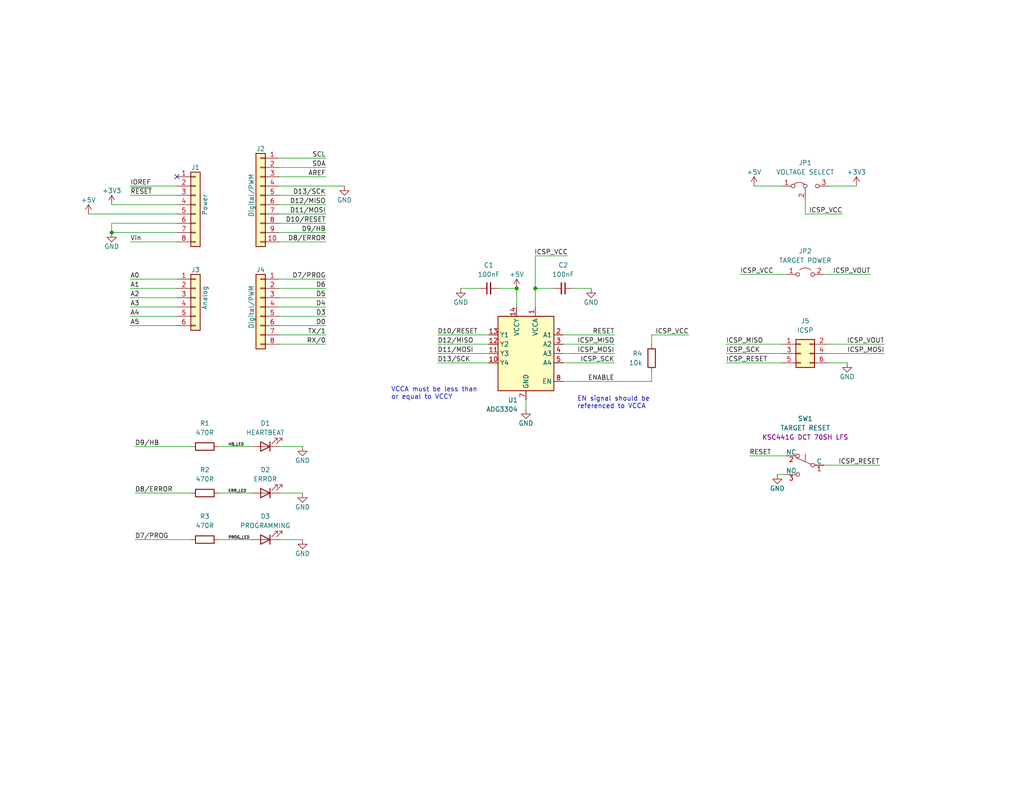
<source format=kicad_sch>
(kicad_sch (version 20230121) (generator eeschema)
  (paper "USLetter")
  (title_block (title "Arduino ICSP Shield") (date "2024-01-22") (rev "0.1") (company "Max Proskauer"))
  (lib_symbols
    (symbol "+3V3_1" (power) (pin_names (offset 0))
      (property "Value" "+3V3_1" (at 0 3.556 0))
      (symbol "+3V3_1_0_1"
        (polyline (pts (xy -0.762 1.27) (xy 0 2.54)))
        (polyline (pts (xy 0 0) (xy 0 2.54)))
        (polyline (pts (xy 0 2.54) (xy 0.762 1.27)))
      )
      (symbol "+3V3_1_1_1"
        (pin power_in line (at 0 0 90) (length 0) hide (name "+3V3") (number "1"))
      )
    )
    (symbol "Connector_Generic:Conn_01x06" (pin_names (offset 1.016) hide)
      (property "Reference" "J" (at 0 7.62 0))
      (property "Value" "Conn_01x06" (at 0 -10.16 0))
      (symbol "Conn_01x06_1_1"
        (rectangle (start -1.27 -7.493) (end 0 -7.747) (stroke (width 0.1524)))
        (rectangle (start -1.27 -4.953) (end 0 -5.207) (stroke (width 0.1524)))
        (rectangle (start -1.27 -2.413) (end 0 -2.667) (stroke (width 0.1524)))
        (rectangle (start -1.27 0.127) (end 0 -0.127) (stroke (width 0.1524)))
        (rectangle (start -1.27 2.667) (end 0 2.413) (stroke (width 0.1524)))
        (rectangle (start -1.27 5.207) (end 0 4.953) (stroke (width 0.1524)))
        (rectangle (start -1.27 6.35) (end 1.27 -8.89) (stroke (width 0.254)) (fill (type background)))
        (pin passive line (at -5.08 5.08 0) (length 3.81) (name "Pin_1") (number "1"))
        (pin passive line (at -5.08 2.54 0) (length 3.81) (name "Pin_2") (number "2"))
        (pin passive line (at -5.08 0 0) (length 3.81) (name "Pin_3") (number "3"))
        (pin passive line (at -5.08 -2.54 0) (length 3.81) (name "Pin_4") (number "4"))
        (pin passive line (at -5.08 -5.08 0) (length 3.81) (name "Pin_5") (number "5"))
        (pin passive line (at -5.08 -7.62 0) (length 3.81) (name "Pin_6") (number "6"))
      )
    )
    (symbol "Connector_Generic:Conn_01x08" (pin_names (offset 1.016) hide)
      (property "Reference" "J" (at 0 10.16 0))
      (property "Value" "Conn_01x08" (at 0 -12.7 0))
      (symbol "Conn_01x08_1_1"
        (rectangle (start -1.27 -10.033) (end 0 -10.287) (stroke (width 0.1524)))
        (rectangle (start -1.27 -7.493) (end 0 -7.747) (stroke (width 0.1524)))
        (rectangle (start -1.27 -4.953) (end 0 -5.207) (stroke (width 0.1524)))
        (rectangle (start -1.27 -2.413) (end 0 -2.667) (stroke (width 0.1524)))
        (rectangle (start -1.27 0.127) (end 0 -0.127) (stroke (width 0.1524)))
        (rectangle (start -1.27 2.667) (end 0 2.413) (stroke (width 0.1524)))
        (rectangle (start -1.27 5.207) (end 0 4.953) (stroke (width 0.1524)))
        (rectangle (start -1.27 7.747) (end 0 7.493) (stroke (width 0.1524)))
        (rectangle (start -1.27 8.89) (end 1.27 -11.43) (stroke (width 0.254)) (fill (type background)))
        (pin passive line (at -5.08 7.62 0) (length 3.81) (name "Pin_1") (number "1"))
        (pin passive line (at -5.08 5.08 0) (length 3.81) (name "Pin_2") (number "2"))
        (pin passive line (at -5.08 2.54 0) (length 3.81) (name "Pin_3") (number "3"))
        (pin passive line (at -5.08 0 0) (length 3.81) (name "Pin_4") (number "4"))
        (pin passive line (at -5.08 -2.54 0) (length 3.81) (name "Pin_5") (number "5"))
        (pin passive line (at -5.08 -5.08 0) (length 3.81) (name "Pin_6") (number "6"))
        (pin passive line (at -5.08 -7.62 0) (length 3.81) (name "Pin_7") (number "7"))
        (pin passive line (at -5.08 -10.16 0) (length 3.81) (name "Pin_8") (number "8"))
      )
    )
    (symbol "Connector_Generic:Conn_01x10" (pin_names (offset 1.016) hide)
      (property "Reference" "J" (at 0 12.7 0))
      (property "Value" "Conn_01x10" (at 0 -15.24 0))
      (symbol "Conn_01x10_1_1"
        (rectangle (start -1.27 -12.573) (end 0 -12.827) (stroke (width 0.1524)))
        (rectangle (start -1.27 -10.033) (end 0 -10.287) (stroke (width 0.1524)))
        (rectangle (start -1.27 -7.493) (end 0 -7.747) (stroke (width 0.1524)))
        (rectangle (start -1.27 -4.953) (end 0 -5.207) (stroke (width 0.1524)))
        (rectangle (start -1.27 -2.413) (end 0 -2.667) (stroke (width 0.1524)))
        (rectangle (start -1.27 0.127) (end 0 -0.127) (stroke (width 0.1524)))
        (rectangle (start -1.27 2.667) (end 0 2.413) (stroke (width 0.1524)))
        (rectangle (start -1.27 5.207) (end 0 4.953) (stroke (width 0.1524)))
        (rectangle (start -1.27 7.747) (end 0 7.493) (stroke (width 0.1524)))
        (rectangle (start -1.27 10.287) (end 0 10.033) (stroke (width 0.1524)))
        (rectangle (start -1.27 11.43) (end 1.27 -13.97) (stroke (width 0.254)) (fill (type background)))
        (pin passive line (at -5.08 10.16 0) (length 3.81) (name "Pin_1") (number "1"))
        (pin passive line (at -5.08 -12.7 0) (length 3.81) (name "Pin_10") (number "10"))
        (pin passive line (at -5.08 7.62 0) (length 3.81) (name "Pin_2") (number "2"))
        (pin passive line (at -5.08 5.08 0) (length 3.81) (name "Pin_3") (number "3"))
        (pin passive line (at -5.08 2.54 0) (length 3.81) (name "Pin_4") (number "4"))
        (pin passive line (at -5.08 0 0) (length 3.81) (name "Pin_5") (number "5"))
        (pin passive line (at -5.08 -2.54 0) (length 3.81) (name "Pin_6") (number "6"))
        (pin passive line (at -5.08 -5.08 0) (length 3.81) (name "Pin_7") (number "7"))
        (pin passive line (at -5.08 -7.62 0) (length 3.81) (name "Pin_8") (number "8"))
        (pin passive line (at -5.08 -10.16 0) (length 3.81) (name "Pin_9") (number "9"))
      )
    )
    (symbol "Connector_Generic:Conn_02x03_Odd_Even" (pin_names (offset 1.016) hide)
      (property "Reference" "J" (at 1.27 5.08 0))
      (property "Value" "Conn_02x03_Odd_Even" (at 1.27 -5.08 0))
      (symbol "Conn_02x03_Odd_Even_1_1"
        (rectangle (start -1.27 -2.413) (end 0 -2.667) (stroke (width 0.1524)))
        (rectangle (start -1.27 0.127) (end 0 -0.127) (stroke (width 0.1524)))
        (rectangle (start -1.27 2.667) (end 0 2.413) (stroke (width 0.1524)))
        (rectangle (start -1.27 3.81) (end 3.81 -3.81) (stroke (width 0.254)) (fill (type background)))
        (rectangle (start 3.81 -2.413) (end 2.54 -2.667) (stroke (width 0.1524)))
        (rectangle (start 3.81 0.127) (end 2.54 -0.127) (stroke (width 0.1524)))
        (rectangle (start 3.81 2.667) (end 2.54 2.413) (stroke (width 0.1524)))
        (pin passive line (at -5.08 2.54 0) (length 3.81) (name "Pin_1") (number "1"))
        (pin passive line (at 7.62 2.54 180) (length 3.81) (name "Pin_2") (number "2"))
        (pin passive line (at -5.08 0 0) (length 3.81) (name "Pin_3") (number "3"))
        (pin passive line (at 7.62 0 180) (length 3.81) (name "Pin_4") (number "4"))
        (pin passive line (at -5.08 -2.54 0) (length 3.81) (name "Pin_5") (number "5"))
        (pin passive line (at 7.62 -2.54 180) (length 3.81) (name "Pin_6") (number "6"))
      )
    )
    (symbol "Device:C_Small" (pin_numbers hide) (pin_names (offset 0.254) hide)
      (property "Reference" "C" (at 0.254 1.778 0))
      (property "Value" "C_Small" (at 0.254 -2.032 0))
      (symbol "C_Small_0_1"
        (polyline (pts (xy -1.524 -0.508) (xy 1.524 -0.508)) (stroke (width 0.3302)))
        (polyline (pts (xy -1.524 0.508) (xy 1.524 0.508)) (stroke (width 0.3048)))
      )
      (symbol "C_Small_1_1"
        (pin passive line (at 0 2.54 270) (length 2.032) (name "~") (number "1"))
        (pin passive line (at 0 -2.54 90) (length 2.032) (name "~") (number "2"))
      )
    )
    (symbol "Device:LED" (pin_numbers hide) (pin_names (offset 1.016) hide)
      (property "Reference" "D" (at 0 2.54 0))
      (property "Value" "LED" (at 0 -2.54 0))
      (symbol "LED_0_1"
        (polyline (pts (xy -1.27 -1.27) (xy -1.27 1.27)) (stroke (width 0.254)))
        (polyline (pts (xy -1.27 0) (xy 1.27 0)))
        (polyline (pts (xy 1.27 -1.27) (xy 1.27 1.27) (xy -1.27 0) (xy 1.27 -1.27)) (stroke (width 0.254)))
        (polyline (pts (xy -3.048 -0.762) (xy -4.572 -2.286) (xy -3.81 -2.286) (xy -4.572 -2.286) (xy -4.572 -1.524)))
        (polyline (pts (xy -1.778 -0.762) (xy -3.302 -2.286) (xy -2.54 -2.286) (xy -3.302 -2.286) (xy -3.302 -1.524)))
      )
      (symbol "LED_1_1"
        (pin passive line (at -3.81 0 0) (length 2.54) (name "K") (number "1"))
        (pin passive line (at 3.81 0 180) (length 2.54) (name "A") (number "2"))
      )
    )
    (symbol "Device:R" (pin_numbers hide) (pin_names (offset 0))
      (property "Reference" "R" (at 2.032 0 90))
      (property "Value" "R" (at 0 0 90))
      (symbol "R_0_1"
        (rectangle (start -1.016 -2.54) (end 1.016 2.54) (stroke (width 0.254)))
      )
      (symbol "R_1_1"
        (pin passive line (at 0 3.81 270) (length 1.27) (name "~") (number "1"))
        (pin passive line (at 0 -3.81 90) (length 1.27) (name "~") (number "2"))
      )
    )
    (symbol "GND_1" (power) (pin_names (offset 0))
      (property "Value" "GND_1" (at 0 -3.81 0))
      (symbol "GND_1_0_1"
        (polyline (pts (xy 0 0) (xy 0 -1.27) (xy 1.27 -1.27) (xy 0 -2.54) (xy -1.27 -1.27) (xy 0 -1.27)))
      )
      (symbol "GND_1_1_1"
        (pin power_in line (at 0 0 270) (length 0) hide (name "GND") (number "1"))
      )
    )
    (symbol "Jumper:Jumper_2_Open" (pin_names (offset 0) hide)
      (property "Reference" "JP" (at 0 2.794 0))
      (property "Value" "Jumper_2_Open" (at 0 -2.286 0))
      (symbol "Jumper_2_Open_0_0"
        (circle (center -2.032 0) (radius 0.508))
        (circle (center 2.032 0) (radius 0.508))
      )
      (symbol "Jumper_2_Open_0_1"
        (arc (start 1.524 1.27) (mid 0 1.778) (end -1.524 1.27))
      )
      (symbol "Jumper_2_Open_1_1"
        (pin passive line (at -5.08 0 0) (length 2.54) (name "A") (number "1"))
        (pin passive line (at 5.08 0 180) (length 2.54) (name "B") (number "2"))
      )
    )
    (symbol "Jumper:Jumper_3_Bridged12" (pin_names (offset 0) hide)
      (property "Reference" "JP" (at -2.54 -2.54 0))
      (property "Value" "Jumper_3_Bridged12" (at 0 2.794 0))
      (symbol "Jumper_3_Bridged12_0_0"
        (circle (center -3.302 0) (radius 0.508))
        (circle (center 0 0) (radius 0.508))
        (circle (center 3.302 0) (radius 0.508))
      )
      (symbol "Jumper_3_Bridged12_0_1"
        (arc (start -0.254 0.508) (mid -1.651 0.9912) (end -3.048 0.508))
        (polyline (pts (xy 0 -1.27) (xy 0 -0.508)))
      )
      (symbol "Jumper_3_Bridged12_1_1"
        (pin passive line (at -6.35 0 0) (length 2.54) (name "A") (number "1"))
        (pin passive line (at 0 -3.81 90) (length 2.54) (name "C") (number "2"))
        (pin passive line (at 6.35 0 180) (length 2.54) (name "B") (number "3"))
      )
    )
    (symbol "Switch:SW_Push_SPDT" (pin_names (offset 0))
      (property "Reference" "SW2" (at 0 7.62 0))
      (property "Value" "SW_Push_SPDT" (at 0 5.08 0))
      (symbol "SW_Push_SPDT_0_0"
        (circle (center -2.032 0) (radius 0.508))
        (polyline (pts (xy 0 1.016) (xy 0 3.048)))
        (circle (center 2.032 -2.54) (radius 0.508))
      )
      (symbol "SW_Push_SPDT_0_1"
        (polyline (pts (xy -1.524 0.254) (xy 2.54 2.032)))
        (circle (center 2.032 2.54) (radius 0.508))
      )
      (symbol "SW_Push_SPDT_1_1"
        (pin passive line (at -5.08 0 0) (length 2.54) (name "C") (number "1"))
        (pin passive line (at 5.08 2.54 180) (length 2.54) (name "NC") (number "2"))
        (pin passive line (at 5.08 -2.54 180) (length 2.54) (name "NO") (number "3"))
      )
    )
    (symbol "icsp_shield:ADG3304"
      (property "Reference" "U" (at -7.62 12.7 0))
      (property "Value" "ADG3304" (at 10.16 12.7 0))
      (symbol "ADG3304_1_1"
        (rectangle (start -7.62 10.16) (end 7.62 -10.16) (stroke (width 0.254)) (fill (type background)))
        (pin power_in line (at -2.54 12.7 270) (length 2.54) (name "VCCA") (number "1"))
        (pin bidirectional line (at 10.16 -2.54 180) (length 2.54) (name "Y4") (number "10"))
        (pin bidirectional line (at 10.16 0 180) (length 2.54) (name "Y3") (number "11"))
        (pin bidirectional line (at 10.16 2.54 180) (length 2.54) (name "Y2") (number "12"))
        (pin bidirectional line (at 10.16 5.08 180) (length 2.54) (name "Y1") (number "13"))
        (pin power_in line (at 2.54 12.7 270) (length 2.54) (name "VCCY") (number "14"))
        (pin bidirectional line (at -10.16 5.08 0) (length 2.54) (name "A1") (number "2"))
        (pin bidirectional line (at -10.16 2.54 0) (length 2.54) (name "A2") (number "3"))
        (pin bidirectional line (at -10.16 0 0) (length 2.54) (name "A3") (number "4"))
        (pin bidirectional line (at -10.16 -2.54 0) (length 2.54) (name "A4") (number "5"))
        (pin no_connect line (at 10.16 -5.08 180) (length 2.54) hide (name "NC") (number "6"))
        (pin power_in line (at 0 -12.7 90) (length 2.54) (name "GND") (number "7"))
        (pin input line (at -10.16 -7.62 0) (length 2.54) (name "EN") (number "8"))
        (pin no_connect line (at 10.16 -7.62 180) (length 2.54) hide (name "NC") (number "9"))
      )
    )
    (symbol "power:+5V" (power) (pin_names (offset 0))
      (property "Value" "+5V" (at 0 3.556 0))
      (symbol "+5V_0_1"
        (polyline (pts (xy -0.762 1.27) (xy 0 2.54)))
        (polyline (pts (xy 0 0) (xy 0 2.54)))
        (polyline (pts (xy 0 2.54) (xy 0.762 1.27)))
      )
      (symbol "+5V_1_1"
        (pin power_in line (at 0 0 90) (length 0) hide (name "+5V") (number "1"))
      )
    )
    (symbol "power:GND" (power) (pin_names (offset 0))
      (property "Value" "GND" (at 0 -3.81 0))
      (symbol "GND_0_1"
        (polyline (pts (xy 0 0) (xy 0 -1.27) (xy 1.27 -1.27) (xy 0 -2.54) (xy -1.27 -1.27) (xy 0 -1.27)))
      )
      (symbol "GND_1_1"
        (pin power_in line (at 0 0 270) (length 0) hide (name "GND") (number "1"))
      )
    )
  )
  (junction (at 140.97 78.74))
  (junction (at 30.48 63.5))
  (junction (at 146.05 78.74))
  (no_connect (at 48.26 48.26))
  (wire (pts (xy 161.29 78.74) (xy 156.21 78.74)))
  (wire (pts (xy 76.2 93.98) (xy 88.9 93.98)))
  (wire (pts (xy 76.2 60.96) (xy 88.9 60.96)))
  (wire (pts (xy 76.2 43.18) (xy 88.9 43.18)))
  (wire (pts (xy 198.12 99.06) (xy 213.36 99.06)))
  (wire (pts (xy 226.06 96.52) (xy 241.3 96.52)))
  (wire (pts (xy 30.48 60.96) (xy 30.48 63.5)))
  (wire (pts (xy 35.56 88.9) (xy 48.26 88.9)))
  (wire (pts (xy 153.67 93.98) (xy 167.64 93.98)))
  (wire (pts (xy 151.13 78.74) (xy 146.05 78.74)))
  (wire (pts (xy 154.94 69.85) (xy 146.05 69.85)))
  (wire (pts (xy 76.2 147.32) (xy 82.55 147.32)))
  (wire (pts (xy 219.71 58.42) (xy 219.71 54.61)))
  (wire (pts (xy 212.09 129.54) (xy 214.63 129.54)))
  (wire (pts (xy 30.48 55.88) (xy 48.26 55.88)))
  (wire (pts (xy 76.2 134.62) (xy 82.55 134.62)))
  (wire (pts (xy 204.47 124.46) (xy 214.63 124.46)))
  (wire (pts (xy 59.69 134.62) (xy 68.58 134.62)))
  (wire (pts (xy 229.87 58.42) (xy 219.71 58.42)))
  (wire (pts (xy 76.2 53.34) (xy 88.9 53.34)))
  (wire (pts (xy 198.12 93.98) (xy 213.36 93.98)))
  (wire (pts (xy 76.2 121.92) (xy 82.55 121.92)))
  (wire (pts (xy 76.2 76.2) (xy 88.9 76.2)))
  (wire (pts (xy 48.26 76.2) (xy 35.56 76.2)))
  (wire (pts (xy 76.2 55.88) (xy 88.9 55.88)))
  (wire (pts (xy 76.2 78.74) (xy 88.9 78.74)))
  (wire (pts (xy 198.12 96.52) (xy 213.36 96.52)))
  (wire (pts (xy 201.93 74.93) (xy 214.63 74.93)))
  (wire (pts (xy 226.06 93.98) (xy 241.3 93.98)))
  (wire (pts (xy 59.69 121.92) (xy 68.58 121.92)))
  (wire (pts (xy 119.38 96.52) (xy 133.35 96.52)))
  (wire (pts (xy 76.2 63.5) (xy 88.9 63.5)))
  (wire (pts (xy 76.2 83.82) (xy 88.9 83.82)))
  (wire (pts (xy 187.96 91.44) (xy 177.8 91.44)))
  (wire (pts (xy 177.8 91.44) (xy 177.8 93.98)))
  (wire (pts (xy 35.56 50.8) (xy 48.26 50.8)))
  (wire (pts (xy 146.05 69.85) (xy 146.05 78.74)))
  (wire (pts (xy 205.74 50.8) (xy 213.36 50.8)))
  (wire (pts (xy 36.83 147.32) (xy 52.07 147.32)))
  (wire (pts (xy 76.2 48.26) (xy 88.9 48.26)))
  (wire (pts (xy 143.51 109.22) (xy 143.51 111.76)))
  (wire (pts (xy 224.79 74.93) (xy 237.49 74.93)))
  (wire (pts (xy 226.06 99.06) (xy 231.14 99.06)))
  (wire (pts (xy 48.26 81.28) (xy 35.56 81.28)))
  (wire (pts (xy 35.56 53.34) (xy 48.26 53.34)))
  (wire (pts (xy 30.48 63.5) (xy 48.26 63.5)))
  (wire (pts (xy 153.67 91.44) (xy 167.64 91.44)))
  (wire (pts (xy 24.13 58.42) (xy 48.26 58.42)))
  (wire (pts (xy 153.67 96.52) (xy 167.64 96.52)))
  (wire (pts (xy 36.83 134.62) (xy 52.07 134.62)))
  (wire (pts (xy 59.69 147.32) (xy 68.58 147.32)))
  (wire (pts (xy 224.79 127) (xy 240.03 127)))
  (wire (pts (xy 35.56 66.04) (xy 48.26 66.04)))
  (wire (pts (xy 140.97 78.74) (xy 140.97 83.82)))
  (wire (pts (xy 35.56 78.74) (xy 48.26 78.74)))
  (wire (pts (xy 226.06 50.8) (xy 233.68 50.8)))
  (wire (pts (xy 146.05 78.74) (xy 146.05 83.82)))
  (wire (pts (xy 119.38 99.06) (xy 133.35 99.06)))
  (wire (pts (xy 36.83 121.92) (xy 52.07 121.92)))
  (wire (pts (xy 76.2 50.8) (xy 93.98 50.8)))
  (wire (pts (xy 48.26 60.96) (xy 30.48 60.96)))
  (wire (pts (xy 76.2 58.42) (xy 88.9 58.42)))
  (wire (pts (xy 119.38 91.44) (xy 133.35 91.44)))
  (wire (pts (xy 125.73 78.74) (xy 130.81 78.74)))
  (wire (pts (xy 135.89 78.74) (xy 140.97 78.74)))
  (wire (pts (xy 76.2 81.28) (xy 88.9 81.28)))
  (wire (pts (xy 35.56 83.82) (xy 48.26 83.82)))
  (wire (pts (xy 177.8 104.14) (xy 153.67 104.14)))
  (wire (pts (xy 119.38 93.98) (xy 133.35 93.98)))
  (wire (pts (xy 76.2 45.72) (xy 88.9 45.72)))
  (wire (pts (xy 76.2 88.9) (xy 88.9 88.9)))
  (wire (pts (xy 76.2 86.36) (xy 88.9 86.36)))
  (wire (pts (xy 177.8 101.6) (xy 177.8 104.14)))
  (wire (pts (xy 76.2 91.44) (xy 88.9 91.44)))
  (wire (pts (xy 48.26 86.36) (xy 35.56 86.36)))
  (wire (pts (xy 76.2 66.04) (xy 88.9 66.04)))
  (wire (pts (xy 153.67 99.06) (xy 167.64 99.06)))
  (text "VCCA must be less than\nor equal to VCCY" (at 106.68 109.22 0) (effects (font (size 1.27 1.27)) (justify left bottom)))
  (text "EN signal should be\nreferenced to VCCA" (at 157.48 111.76 0) (effects (font (size 1.27 1.27)) (justify left bottom)))
  (label "RX{slash}0" (at 88.9 93.98 180))
  (label "D12{slash}MISO" (at 119.38 93.98 0))
  (label "ICSP_RESET" (at 240.03 127 180))
  (label "A2" (at 35.56 81.28 0))
  (label "ICSP_SCK" (at 167.64 99.06 180))
  (label "D4" (at 88.9 83.82 180))
  (label "HB_LED" (at 62.23 121.92 0) (effects (font (size 0.762 0.762))))
  (label "ICSP_VCC" (at 229.87 58.42 180))
  (label "RESET" (at 167.64 91.44 180))
  (label "D0" (at 88.9 88.9 180))
  (label "A3" (at 35.56 83.82 0))
  (label "ICSP_VCC" (at 201.93 74.93 0))
  (label "D13{slash}SCK" (at 88.9 53.34 180))
  (label "ICSP_MISO" (at 198.12 93.98 0))
  (label "RESET" (at 204.47 124.46 0))
  (label "D12{slash}MISO" (at 88.9 55.88 180))
  (label "~{RESET}" (at 35.56 53.34 0))
  (label "D10{slash}RESET" (at 119.38 91.44 0))
  (label "ICSP_MOSI" (at 167.64 96.52 180))
  (label "D10{slash}RESET" (at 88.9 60.96 180))
  (label "ICSP_VCC" (at 187.96 91.44 180))
  (label "D8{slash}ERROR" (at 36.83 134.62 0))
  (label "ICSP_RESET" (at 198.12 99.06 0))
  (label "ENABLE" (at 167.64 104.14 180))
  (label "D7{slash}PROG" (at 88.9 76.2 180))
  (label "SDA" (at 88.9 45.72 180))
  (label "D8{slash}ERROR" (at 88.9 66.04 180))
  (label "ICSP_MISO" (at 167.64 93.98 180))
  (label "ICSP_VOUT" (at 237.49 74.93 180))
  (label "D13{slash}SCK" (at 119.38 99.06 0))
  (label "D11{slash}MOSI" (at 88.9 58.42 180))
  (label "ICSP_VOUT" (at 241.3 93.98 180))
  (label "D3" (at 88.9 86.36 180))
  (label "D11{slash}MOSI" (at 119.38 96.52 0))
  (label "ICSP_MOSI" (at 241.3 96.52 180))
  (label "A1" (at 35.56 78.74 0))
  (label "TX{slash}1" (at 88.9 91.44 180))
  (label "ERR_LED" (at 62.23 134.62 0) (effects (font (size 0.762 0.762))))
  (label "PROG_LED" (at 62.23 147.32 0) (effects (font (size 0.762 0.762))))
  (label "A0" (at 35.56 76.2 0))
  (label "AREF" (at 88.9 48.26 180))
  (label "D9{slash}HB" (at 36.83 121.92 0))
  (label "Vin" (at 35.56 66.04 0))
  (label "D6" (at 88.9 78.74 180))
  (label "SCL" (at 88.9 43.18 180))
  (label "D9{slash}HB" (at 88.9 63.5 180))
  (label "D5" (at 88.9 81.28 180))
  (label "IOREF" (at 35.56 50.8 0))
  (label "A4" (at 35.56 86.36 0))
  (label "D7{slash}PROG" (at 36.83 147.32 0))
  (label "A5" (at 35.56 88.9 0))
  (label "ICSP_VCC" (at 154.94 69.85 180))
  (label "ICSP_SCK" (at 198.12 96.52 0))
  (symbol (lib_id "Connector_Generic:Conn_01x08") (at 53.34 55.88 0) (unit 1)
    (property "Reference" "J1" (at 53.34 45.72 0))
    (property "Value" "Power" (at 55.88 55.88 90))
    (property "Footprint" "Connector_PinHeader_2.54mm:PinHeader_1x08_P2.54mm_Vertical" (effects hide))
  )
  (symbol (lib_id "power:+5V") (at 24.13 58.42 0) (unit 1)
    (property "Reference" "#PWR02" (effects hide))
    (property "Value" "+5V" (at 24.13 54.61 0))
  )
  (symbol (lib_id "power:GND") (at 30.48 63.5 0) (unit 1)
    (property "Reference" "#PWR04" (effects hide))
    (property "Value" "GND" (at 30.48 67.31 0))
  )
  (symbol (lib_id "Connector_Generic:Conn_01x10") (at 71.12 53.34 0) (mirror y) (unit 1)
    (property "Reference" "J2" (at 71.12 40.64 0))
    (property "Value" "Digital/PWM" (at 68.58 53.34 90))
    (property "Footprint" "Connector_PinHeader_2.54mm:PinHeader_1x10_P2.54mm_Vertical" (effects hide))
  )
  (symbol (lib_id "power:GND") (at 93.98 50.8 0) (unit 1)
    (property "Reference" "#PWR05" (effects hide))
    (property "Value" "GND" (at 93.98 54.61 0))
  )
  (symbol (lib_id "Connector_Generic:Conn_01x06") (at 53.34 81.28 0) (unit 1)
    (property "Reference" "J3" (at 53.34 73.66 0))
    (property "Value" "Analog" (at 55.88 81.28 90))
    (property "Footprint" "Connector_PinHeader_2.54mm:PinHeader_1x06_P2.54mm_Vertical" (effects hide))
  )
  (symbol (lib_id "Connector_Generic:Conn_01x08") (at 71.12 83.82 0) (mirror y) (unit 1)
    (property "Reference" "J4" (at 71.12 73.66 0))
    (property "Value" "Digital/PWM" (at 68.58 83.82 90))
    (property "Footprint" "Connector_PinHeader_2.54mm:PinHeader_1x08_P2.54mm_Vertical" (effects hide))
  )
  (symbol (lib_id "Device:R") (at 55.88 121.92 90) (unit 1)
    (property "Reference" "R1" (at 55.88 115.57 90))
    (property "Value" "470R" (at 55.88 118.11 90))
    (property "Footprint" "Resistor_SMD:R_0805_2012Metric" (effects hide))
  )
  (symbol (lib_name "GND_1") (lib_id "power:GND") (at 82.55 134.62 0) (unit 1)
    (property "Reference" "#PWR07" (effects hide))
    (property "Value" "GND" (at 82.55 138.43 0))
  )
  (symbol (lib_id "Device:R") (at 55.88 147.32 90) (unit 1)
    (property "Reference" "R3" (at 55.88 140.97 90))
    (property "Value" "470R" (at 55.88 143.51 90))
    (property "Footprint" "Resistor_SMD:R_0805_2012Metric" (effects hide))
  )
  (symbol (lib_id "icsp_shield:ADG3304") (at 143.51 96.52 0) (mirror y) (unit 1)
    (property "Reference" "U1" (at 141.3159 109.22 0) (effects (justify left)))
    (property "Value" "ADG3304" (at 141.3159 111.76 0) (effects (justify left)))
    (property "Footprint" "Package_SO:TSSOP-14_4.4x5mm_P0.65mm" (effects hide))
    (property "Datasheet" "https://www.analog.com/media/en/technical-documentation/data-sheets/ADG3304.pdf" (effects hide))
  )
  (symbol (lib_id "Device:LED") (at 72.39 121.92 180) (unit 1)
    (property "Reference" "D1" (at 72.39 115.57 0))
    (property "Value" "HEARTBEAT" (at 72.39 118.11 0))
    (property "Footprint" "LED_THT:LED_D3.0mm" (effects hide))
  )
  (symbol (lib_name "GND_1") (lib_id "power:GND") (at 143.51 111.76 0) (unit 1)
    (property "Reference" "#PWR011" (effects hide))
    (property "Value" "GND" (at 143.51 115.57 0))
  )
  (symbol (lib_id "Device:R") (at 177.8 97.79 0) (mirror y) (unit 1)
    (property "Reference" "R4" (at 175.26 96.52 0) (effects (justify left)))
    (property "Value" "10k" (at 175.26 99.06 0) (effects (justify left)))
    (property "Footprint" "Resistor_SMD:R_0805_2012Metric" (effects hide))
  )
  (symbol (lib_name "+3V3_1") (lib_id "power:+3V3") (at 233.68 50.8 0) (unit 1)
    (property "Reference" "#PWR010" (effects hide))
    (property "Value" "+3V3" (at 233.68 46.99 0))
  )
  (symbol (lib_name "GND_1") (lib_id "power:GND") (at 212.09 129.54 0) (unit 1)
    (property "Reference" "#PWR019" (effects hide))
    (property "Value" "GND" (at 212.09 133.35 0))
  )
  (symbol (lib_id "Jumper:Jumper_3_Bridged12") (at 219.71 50.8 0) (unit 1)
    (property "Reference" "JP1" (at 219.71 44.45 0))
    (property "Value" "VOLTAGE SELECT" (at 219.71 46.99 0))
    (property "Footprint" "Connector_PinHeader_2.54mm:PinHeader_1x03_P2.54mm_Vertical" (effects hide))
  )
  (symbol (lib_name "GND_1") (lib_id "power:GND") (at 231.14 99.06 0) (unit 1)
    (property "Reference" "#PWR09" (effects hide))
    (property "Value" "GND" (at 231.14 102.87 0))
  )
  (symbol (lib_id "Device:R") (at 55.88 134.62 90) (unit 1)
    (property "Reference" "R2" (at 55.88 128.27 90))
    (property "Value" "470R" (at 55.88 130.81 90))
    (property "Footprint" "Resistor_SMD:R_0805_2012Metric" (effects hide))
  )
  (symbol (lib_id "Device:LED") (at 72.39 134.62 180) (unit 1)
    (property "Reference" "D2" (at 72.39 128.27 0))
    (property "Value" "ERROR" (at 72.39 130.81 0))
    (property "Footprint" "LED_THT:LED_D3.0mm" (effects hide))
  )
  (symbol (lib_id "Device:LED") (at 72.39 147.32 180) (unit 1)
    (property "Reference" "D3" (at 72.39 140.97 0))
    (property "Value" "PROGRAMMING" (at 72.39 143.51 0))
    (property "Footprint" "LED_THT:LED_D3.0mm" (effects hide))
  )
  (symbol (lib_name "GND_1") (lib_id "power:GND") (at 82.55 147.32 0) (unit 1)
    (property "Reference" "#PWR08" (effects hide))
    (property "Value" "GND" (at 82.55 151.13 0))
  )
  (symbol (lib_id "Jumper:Jumper_2_Open") (at 219.71 74.93 0) (unit 1)
    (property "Reference" "JP2" (at 219.71 68.58 0))
    (property "Value" "TARGET POWER" (at 219.71 71.12 0))
    (property "Footprint" "Connector_PinHeader_2.54mm:PinHeader_1x02_P2.54mm_Vertical" (effects hide))
  )
  (symbol (lib_id "Connector_Generic:Conn_02x03_Odd_Even") (at 218.44 96.52 0) (unit 1)
    (property "Reference" "J5" (at 219.71 87.63 0))
    (property "Value" "ICSP" (at 219.71 90.17 0))
    (property "Footprint" "Connector_IDC:IDC-Header_2x03_P2.54mm_Vertical" (effects hide))
  )
  (symbol (lib_name "GND_1") (lib_id "power:GND") (at 125.73 78.74 0) (unit 1)
    (property "Reference" "#PWR017" (effects hide))
    (property "Value" "GND" (at 125.73 82.55 0))
  )
  (symbol (lib_id "power:+5V") (at 205.74 50.8 0) (unit 1)
    (property "Reference" "#PWR03" (effects hide))
    (property "Value" "+5V" (at 205.74 46.99 0))
  )
  (symbol (lib_id "Device:C_Small") (at 133.35 78.74 90) (unit 1)
    (property "Reference" "C1" (at 133.3563 72.39 90))
    (property "Value" "100nF" (at 133.3563 74.93 90))
    (property "Footprint" "Capacitor_SMD:C_0603_1608Metric" (effects hide))
  )
  (symbol (lib_id "Device:C_Small") (at 153.67 78.74 270) (mirror x) (unit 1)
    (property "Reference" "C2" (at 153.6637 72.39 90))
    (property "Value" "100nF" (at 153.6637 74.93 90))
    (property "Footprint" "Capacitor_SMD:C_0603_1608Metric" (effects hide))
  )
  (symbol (lib_name "GND_1") (lib_id "power:GND") (at 82.55 121.92 0) (unit 1)
    (property "Reference" "#PWR06" (effects hide))
    (property "Value" "GND" (at 82.55 125.73 0))
  )
  (symbol (lib_id "Switch:SW_Push_SPDT") (at 219.71 127 0) (mirror y) (unit 1)
    (property "Reference" "SW1" (at 219.71 114.3 0))
    (property "Value" "TARGET RESET" (at 219.71 116.84 0))
    (property "Footprint" "icsp_shield:SW_Push_SPDT_CK_KSC4xxG" (effects hide))
    (property "Part" "KSC441G DCT 70SH LFS" (at 219.71 119.38 0))
  )
  (symbol (lib_id "power:+5V") (at 140.97 78.74 0) (unit 1)
    (property "Reference" "#PWR012" (effects hide))
    (property "Value" "+5V" (at 140.97 74.93 0))
  )
  (symbol (lib_name "GND_1") (lib_id "power:GND") (at 161.29 78.74 0) (mirror y) (unit 1)
    (property "Reference" "#PWR014" (effects hide))
    (property "Value" "GND" (at 161.29 82.55 0))
  )
  (symbol (lib_name "+3V3_1") (lib_id "power:+3V3") (at 30.48 55.88 0) (unit 1)
    (property "Reference" "#PWR01" (effects hide))
    (property "Value" "+3V3" (at 30.48 52.07 0))
  )
)
</source>
